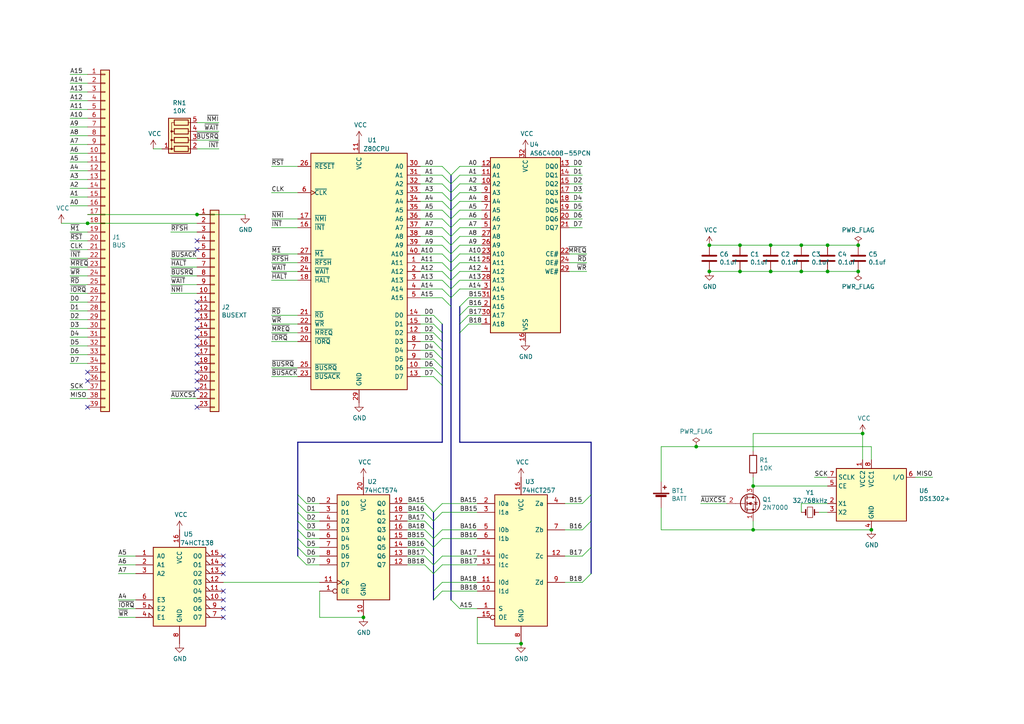
<source format=kicad_sch>
(kicad_sch (version 20211123) (generator eeschema)
  (paper "A4")
  (title_block (title "z80ctrl CPU/RAM/RTC Board") (date "2020-09-19") (rev "REV2") (company "J.B. Langston") (comment 1 "https://github.com/jblang/z80ctrl"))
  (lib_symbols
    (symbol "74xx:74HCT574" (pin_names (offset 1.016))
      (property "Reference" "U" (at -7.62 16.51 0))
      (property "Value" "74HCT574" (at -7.62 -16.51 0))
      (symbol "74HCT574_1_0"
        (pin input inverted (at -12.7 -12.7 0) (length 5.08) (name "OE") (number "1"))
        (pin power_in line (at 0 -20.32 90) (length 5.08) (name "GND") (number "10"))
        (pin input clock (at -12.7 -10.16 0) (length 5.08) (name "Cp") (number "11"))
        (pin tri_state line (at 12.7 -5.08 180) (length 5.08) (name "Q7") (number "12"))
        (pin tri_state line (at 12.7 -2.54 180) (length 5.08) (name "Q6") (number "13"))
        (pin tri_state line (at 12.7 0 180) (length 5.08) (name "Q5") (number "14"))
        (pin tri_state line (at 12.7 2.54 180) (length 5.08) (name "Q4") (number "15"))
        (pin tri_state line (at 12.7 5.08 180) (length 5.08) (name "Q3") (number "16"))
        (pin tri_state line (at 12.7 7.62 180) (length 5.08) (name "Q2") (number "17"))
        (pin tri_state line (at 12.7 10.16 180) (length 5.08) (name "Q1") (number "18"))
        (pin tri_state line (at 12.7 12.7 180) (length 5.08) (name "Q0") (number "19"))
        (pin input line (at -12.7 12.7 0) (length 5.08) (name "D0") (number "2"))
        (pin power_in line (at 0 20.32 270) (length 5.08) (name "VCC") (number "20"))
        (pin input line (at -12.7 10.16 0) (length 5.08) (name "D1") (number "3"))
        (pin input line (at -12.7 7.62 0) (length 5.08) (name "D2") (number "4"))
        (pin input line (at -12.7 5.08 0) (length 5.08) (name "D3") (number "5"))
        (pin input line (at -12.7 2.54 0) (length 5.08) (name "D4") (number "6"))
        (pin input line (at -12.7 0 0) (length 5.08) (name "D5") (number "7"))
        (pin input line (at -12.7 -2.54 0) (length 5.08) (name "D6") (number "8"))
        (pin input line (at -12.7 -5.08 0) (length 5.08) (name "D7") (number "9"))
      )
    )
    (symbol "74xx:74LS138" (pin_names (offset 1.016))
      (property "Reference" "U" (at -7.62 11.43 0))
      (property "Value" "74LS138" (at -7.62 -13.97 0))
      (symbol "74LS138_1_0"
        (pin input line (at -12.7 7.62 0) (length 5.08) (name "A0") (number "1"))
        (pin output output_low (at 12.7 -5.08 180) (length 5.08) (name "O5") (number "10"))
        (pin output output_low (at 12.7 -2.54 180) (length 5.08) (name "O4") (number "11"))
        (pin output output_low (at 12.7 0 180) (length 5.08) (name "O3") (number "12"))
        (pin output output_low (at 12.7 2.54 180) (length 5.08) (name "O2") (number "13"))
        (pin output output_low (at 12.7 5.08 180) (length 5.08) (name "O1") (number "14"))
        (pin output output_low (at 12.7 7.62 180) (length 5.08) (name "O0") (number "15"))
        (pin power_in line (at 0 15.24 270) (length 5.08) (name "VCC") (number "16"))
        (pin input line (at -12.7 5.08 0) (length 5.08) (name "A1") (number "2"))
        (pin input line (at -12.7 2.54 0) (length 5.08) (name "A2") (number "3"))
        (pin input input_low (at -12.7 -10.16 0) (length 5.08) (name "E1") (number "4"))
        (pin input input_low (at -12.7 -7.62 0) (length 5.08) (name "E2") (number "5"))
        (pin input line (at -12.7 -5.08 0) (length 5.08) (name "E3") (number "6"))
        (pin output output_low (at 12.7 -10.16 180) (length 5.08) (name "O7") (number "7"))
        (pin power_in line (at 0 -17.78 90) (length 5.08) (name "GND") (number "8"))
        (pin output output_low (at 12.7 -7.62 180) (length 5.08) (name "O6") (number "9"))
      )
    )
    (symbol "74xx:74LS257" (pin_names (offset 1.016))
      (property "Reference" "U" (at -7.62 19.05 0))
      (property "Value" "74LS257" (at -7.62 -21.59 0))
      (symbol "74LS257_1_0"
        (pin input line (at -12.7 -15.24 0) (length 5.08) (name "S") (number "1"))
        (pin input line (at -12.7 -10.16 0) (length 5.08) (name "I1d") (number "10"))
        (pin input line (at -12.7 -7.62 0) (length 5.08) (name "I0d") (number "11"))
        (pin tri_state line (at 12.7 0 180) (length 5.08) (name "Zc") (number "12"))
        (pin input line (at -12.7 -2.54 0) (length 5.08) (name "I1c") (number "13"))
        (pin input line (at -12.7 0 0) (length 5.08) (name "I0c") (number "14"))
        (pin input inverted (at -12.7 -17.78 0) (length 5.08) (name "OE") (number "15"))
        (pin power_in line (at 0 22.86 270) (length 5.08) (name "VCC") (number "16"))
        (pin input line (at -12.7 15.24 0) (length 5.08) (name "I0a") (number "2"))
        (pin input line (at -12.7 12.7 0) (length 5.08) (name "I1a") (number "3"))
        (pin tri_state line (at 12.7 15.24 180) (length 5.08) (name "Za") (number "4"))
        (pin input line (at -12.7 7.62 0) (length 5.08) (name "I0b") (number "5"))
        (pin input line (at -12.7 5.08 0) (length 5.08) (name "I1b") (number "6"))
        (pin tri_state line (at 12.7 7.62 180) (length 5.08) (name "Zb") (number "7"))
        (pin power_in line (at 0 -25.4 90) (length 5.08) (name "GND") (number "8"))
        (pin tri_state line (at 12.7 -7.62 180) (length 5.08) (name "Zd") (number "9"))
      )
    )
    (symbol "CPU:Z80CPU" (pin_names (offset 1.016))
      (property "Reference" "U" (at -13.97 35.56 0))
      (property "Value" "Z80CPU" (at 6.35 35.56 0))
      (symbol "Z80CPU_1_1"
        (pin output line (at 17.78 2.54 180) (length 3.81) (name "A11") (number "1"))
        (pin bidirectional line (at 17.78 -27.94 180) (length 3.81) (name "D6") (number "10"))
        (pin power_in line (at 0 38.1 270) (length 3.81) (name "VCC") (number "11"))
        (pin bidirectional line (at 17.78 -17.78 180) (length 3.81) (name "D2") (number "12"))
        (pin bidirectional line (at 17.78 -30.48 180) (length 3.81) (name "D7") (number "13"))
        (pin bidirectional line (at 17.78 -12.7 180) (length 3.81) (name "D0") (number "14"))
        (pin bidirectional line (at 17.78 -15.24 180) (length 3.81) (name "D1") (number "15"))
        (pin input line (at -17.78 12.7 0) (length 3.81) (name "~{INT}") (number "16"))
        (pin input line (at -17.78 15.24 0) (length 3.81) (name "~{NMI}") (number "17"))
        (pin output line (at -17.78 -2.54 0) (length 3.81) (name "~{HALT}") (number "18"))
        (pin output line (at -17.78 -17.78 0) (length 3.81) (name "~{MREQ}") (number "19"))
        (pin output line (at 17.78 0 180) (length 3.81) (name "A12") (number "2"))
        (pin output line (at -17.78 -20.32 0) (length 3.81) (name "~{IORQ}") (number "20"))
        (pin output line (at -17.78 -12.7 0) (length 3.81) (name "~{RD}") (number "21"))
        (pin output line (at -17.78 -15.24 0) (length 3.81) (name "~{WR}") (number "22"))
        (pin output line (at -17.78 -30.48 0) (length 3.81) (name "~{BUSACK}") (number "23"))
        (pin input line (at -17.78 0 0) (length 3.81) (name "~{WAIT}") (number "24"))
        (pin input line (at -17.78 -27.94 0) (length 3.81) (name "~{BUSRQ}") (number "25"))
        (pin input line (at -17.78 30.48 0) (length 3.81) (name "~{RESET}") (number "26"))
        (pin output line (at -17.78 5.08 0) (length 3.81) (name "~{M1}") (number "27"))
        (pin output line (at -17.78 2.54 0) (length 3.81) (name "~{RFSH}") (number "28"))
        (pin power_in line (at 0 -38.1 90) (length 3.81) (name "GND") (number "29"))
        (pin output line (at 17.78 -2.54 180) (length 3.81) (name "A13") (number "3"))
        (pin output line (at 17.78 30.48 180) (length 3.81) (name "A0") (number "30"))
        (pin output line (at 17.78 27.94 180) (length 3.81) (name "A1") (number "31"))
        (pin output line (at 17.78 25.4 180) (length 3.81) (name "A2") (number "32"))
        (pin output line (at 17.78 22.86 180) (length 3.81) (name "A3") (number "33"))
        (pin output line (at 17.78 20.32 180) (length 3.81) (name "A4") (number "34"))
        (pin output line (at 17.78 17.78 180) (length 3.81) (name "A5") (number "35"))
        (pin output line (at 17.78 15.24 180) (length 3.81) (name "A6") (number "36"))
        (pin output line (at 17.78 12.7 180) (length 3.81) (name "A7") (number "37"))
        (pin output line (at 17.78 10.16 180) (length 3.81) (name "A8") (number "38"))
        (pin output line (at 17.78 7.62 180) (length 3.81) (name "A9") (number "39"))
        (pin output line (at 17.78 -5.08 180) (length 3.81) (name "A14") (number "4"))
        (pin output line (at 17.78 5.08 180) (length 3.81) (name "A10") (number "40"))
        (pin output line (at 17.78 -7.62 180) (length 3.81) (name "A15") (number "5"))
        (pin input clock (at -17.78 22.86 0) (length 3.81) (name "~{CLK}") (number "6"))
        (pin bidirectional line (at 17.78 -22.86 180) (length 3.81) (name "D4") (number "7"))
        (pin bidirectional line (at 17.78 -20.32 180) (length 3.81) (name "D3") (number "8"))
        (pin bidirectional line (at 17.78 -25.4 180) (length 3.81) (name "D5") (number "9"))
      )
    )
    (symbol "Connector_Generic:Conn_01x23" (pin_names (offset 1.016) hide)
      (property "Reference" "J" (at 0 30.48 0))
      (property "Value" "Conn_01x23" (at 0 -30.48 0))
      (symbol "Conn_01x23_1_1"
        (pin passive line (at -5.08 27.94 0) (length 3.81) (name "Pin_1") (number "1"))
        (pin passive line (at -5.08 5.08 0) (length 3.81) (name "Pin_10") (number "10"))
        (pin passive line (at -5.08 2.54 0) (length 3.81) (name "Pin_11") (number "11"))
        (pin passive line (at -5.08 0 0) (length 3.81) (name "Pin_12") (number "12"))
        (pin passive line (at -5.08 -2.54 0) (length 3.81) (name "Pin_13") (number "13"))
        (pin passive line (at -5.08 -5.08 0) (length 3.81) (name "Pin_14") (number "14"))
        (pin passive line (at -5.08 -7.62 0) (length 3.81) (name "Pin_15") (number "15"))
        (pin passive line (at -5.08 -10.16 0) (length 3.81) (name "Pin_16") (number "16"))
        (pin passive line (at -5.08 -12.7 0) (length 3.81) (name "Pin_17") (number "17"))
        (pin passive line (at -5.08 -15.24 0) (length 3.81) (name "Pin_18") (number "18"))
        (pin passive line (at -5.08 -17.78 0) (length 3.81) (name "Pin_19") (number "19"))
        (pin passive line (at -5.08 25.4 0) (length 3.81) (name "Pin_2") (number "2"))
        (pin passive line (at -5.08 -20.32 0) (length 3.81) (name "Pin_20") (number "20"))
        (pin passive line (at -5.08 -22.86 0) (length 3.81) (name "Pin_21") (number "21"))
        (pin passive line (at -5.08 -25.4 0) (length 3.81) (name "Pin_22") (number "22"))
        (pin passive line (at -5.08 -27.94 0) (length 3.81) (name "Pin_23") (number "23"))
        (pin passive line (at -5.08 22.86 0) (length 3.81) (name "Pin_3") (number "3"))
        (pin passive line (at -5.08 20.32 0) (length 3.81) (name "Pin_4") (number "4"))
        (pin passive line (at -5.08 17.78 0) (length 3.81) (name "Pin_5") (number "5"))
        (pin passive line (at -5.08 15.24 0) (length 3.81) (name "Pin_6") (number "6"))
        (pin passive line (at -5.08 12.7 0) (length 3.81) (name "Pin_7") (number "7"))
        (pin passive line (at -5.08 10.16 0) (length 3.81) (name "Pin_8") (number "8"))
        (pin passive line (at -5.08 7.62 0) (length 3.81) (name "Pin_9") (number "9"))
      )
    )
    (symbol "Connector_Generic:Conn_01x39" (pin_names (offset 1.016) hide)
      (property "Reference" "J" (at 0 50.8 0))
      (property "Value" "Conn_01x39" (at 0 -50.8 0))
      (symbol "Conn_01x39_1_1"
        (pin passive line (at -5.08 48.26 0) (length 3.81) (name "Pin_1") (number "1"))
        (pin passive line (at -5.08 25.4 0) (length 3.81) (name "Pin_10") (number "10"))
        (pin passive line (at -5.08 22.86 0) (length 3.81) (name "Pin_11") (number "11"))
        (pin passive line (at -5.08 20.32 0) (length 3.81) (name "Pin_12") (number "12"))
        (pin passive line (at -5.08 17.78 0) (length 3.81) (name "Pin_13") (number "13"))
        (pin passive line (at -5.08 15.24 0) (length 3.81) (name "Pin_14") (number "14"))
        (pin passive line (at -5.08 12.7 0) (length 3.81) (name "Pin_15") (number "15"))
        (pin passive line (at -5.08 10.16 0) (length 3.81) (name "Pin_16") (number "16"))
        (pin passive line (at -5.08 7.62 0) (length 3.81) (name "Pin_17") (number "17"))
        (pin passive line (at -5.08 5.08 0) (length 3.81) (name "Pin_18") (number "18"))
        (pin passive line (at -5.08 2.54 0) (length 3.81) (name "Pin_19") (number "19"))
        (pin passive line (at -5.08 45.72 0) (length 3.81) (name "Pin_2") (number "2"))
        (pin passive line (at -5.08 0 0) (length 3.81) (name "Pin_20") (number "20"))
        (pin passive line (at -5.08 -2.54 0) (length 3.81) (name "Pin_21") (number "21"))
        (pin passive line (at -5.08 -5.08 0) (length 3.81) (name "Pin_22") (number "22"))
        (pin passive line (at -5.08 -7.62 0) (length 3.81) (name "Pin_23") (number "23"))
        (pin passive line (at -5.08 -10.16 0) (length 3.81) (name "Pin_24") (number "24"))
        (pin passive line (at -5.08 -12.7 0) (length 3.81) (name "Pin_25") (number "25"))
        (pin passive line (at -5.08 -15.24 0) (length 3.81) (name "Pin_26") (number "26"))
        (pin passive line (at -5.08 -17.78 0) (length 3.81) (name "Pin_27") (number "27"))
        (pin passive line (at -5.08 -20.32 0) (length 3.81) (name "Pin_28") (number "28"))
        (pin passive line (at -5.08 -22.86 0) (length 3.81) (name "Pin_29") (number "29"))
        (pin passive line (at -5.08 43.18 0) (length 3.81) (name "Pin_3") (number "3"))
        (pin passive line (at -5.08 -25.4 0) (length 3.81) (name "Pin_30") (number "30"))
        (pin passive line (at -5.08 -27.94 0) (length 3.81) (name "Pin_31") (number "31"))
        (pin passive line (at -5.08 -30.48 0) (length 3.81) (name "Pin_32") (number "32"))
        (pin passive line (at -5.08 -33.02 0) (length 3.81) (name "Pin_33") (number "33"))
        (pin passive line (at -5.08 -35.56 0) (length 3.81) (name "Pin_34") (number "34"))
        (pin passive line (at -5.08 -38.1 0) (length 3.81) (name "Pin_35") (number "35"))
        (pin passive line (at -5.08 -40.64 0) (length 3.81) (name "Pin_36") (number "36"))
        (pin passive line (at -5.08 -43.18 0) (length 3.81) (name "Pin_37") (number "37"))
        (pin passive line (at -5.08 -45.72 0) (length 3.81) (name "Pin_38") (number "38"))
        (pin passive line (at -5.08 -48.26 0) (length 3.81) (name "Pin_39") (number "39"))
        (pin passive line (at -5.08 40.64 0) (length 3.81) (name "Pin_4") (number "4"))
        (pin passive line (at -5.08 38.1 0) (length 3.81) (name "Pin_5") (number "5"))
        (pin passive line (at -5.08 35.56 0) (length 3.81) (name "Pin_6") (number "6"))
        (pin passive line (at -5.08 33.02 0) (length 3.81) (name "Pin_7") (number "7"))
        (pin passive line (at -5.08 30.48 0) (length 3.81) (name "Pin_8") (number "8"))
        (pin passive line (at -5.08 27.94 0) (length 3.81) (name "Pin_9") (number "9"))
      )
    )
    (symbol "Device:Battery_Cell" (pin_numbers hide) (pin_names (offset 0) hide)
      (property "Reference" "BT" (at 2.54 2.54 0))
      (property "Value" "Battery_Cell" (at 2.54 0 0))
      (symbol "Battery_Cell_1_1"
        (pin passive line (at 0 5.08 270) (length 2.54) (name "+") (number "1"))
        (pin passive line (at 0 -2.54 90) (length 2.54) (name "-") (number "2"))
      )
    )
    (symbol "Device:C" (pin_numbers hide) (pin_names (offset 0.254))
      (property "Reference" "C" (at 0.635 2.54 0))
      (property "Value" "C" (at 0.635 -2.54 0))
      (symbol "C_1_1"
        (pin passive line (at 0 3.81 270) (length 2.794) (name "~") (number "1"))
        (pin passive line (at 0 -3.81 90) (length 2.794) (name "~") (number "2"))
      )
    )
    (symbol "Device:Crystal_Small" (pin_numbers hide) (pin_names (offset 1.016) hide)
      (property "Reference" "Y" (at 0 2.54 0))
      (property "Value" "Crystal_Small" (at 0 -2.54 0))
      (symbol "Crystal_Small_1_1"
        (pin passive line (at -2.54 0 0) (length 1.27) (name "1") (number "1"))
        (pin passive line (at 2.54 0 180) (length 1.27) (name "2") (number "2"))
      )
    )
    (symbol "Device:R" (pin_numbers hide) (pin_names (offset 0))
      (property "Reference" "R" (at 2.032 0 90))
      (property "Value" "R" (at 0 0 90))
      (symbol "R_1_1"
        (pin passive line (at 0 3.81 270) (length 1.27) (name "~") (number "1"))
        (pin passive line (at 0 -3.81 90) (length 1.27) (name "~") (number "2"))
      )
    )
    (symbol "Device:R_Network04" (pin_names (offset 0) hide)
      (property "Reference" "RN" (at -7.62 0 90))
      (property "Value" "R_Network04" (at 5.08 0 90))
      (symbol "R_Network04_1_1"
        (pin passive line (at -5.08 5.08 270) (length 2.54) (name "common") (number "1"))
        (pin passive line (at -5.08 -5.08 90) (length 1.27) (name "R1") (number "2"))
        (pin passive line (at -2.54 -5.08 90) (length 1.27) (name "R2") (number "3"))
        (pin passive line (at 0 -5.08 90) (length 1.27) (name "R3") (number "4"))
        (pin passive line (at 2.54 -5.08 90) (length 1.27) (name "R4") (number "5"))
      )
    )
    (symbol "Memory_RAM:AS6C4008-55PCN"
      (property "Reference" "U" (at -10.16 26.035 0))
      (property "Value" "AS6C4008-55PCN" (at 2.54 26.035 0))
      (symbol "AS6C4008-55PCN_0_0"
        (pin power_in line (at 0 -27.94 90) (length 2.54) (name "VSS") (number "16"))
        (pin power_in line (at 0 27.94 270) (length 2.54) (name "VCC") (number "32"))
      )
      (symbol "AS6C4008-55PCN_1_1"
        (pin input line (at -12.7 -22.86 0) (length 2.54) (name "A18") (number "1"))
        (pin input line (at -12.7 17.78 0) (length 2.54) (name "A2") (number "10"))
        (pin input line (at -12.7 20.32 0) (length 2.54) (name "A1") (number "11"))
        (pin input line (at -12.7 22.86 0) (length 2.54) (name "A0") (number "12"))
        (pin tri_state line (at 12.7 22.86 180) (length 2.54) (name "DQ0") (number "13"))
        (pin tri_state line (at 12.7 20.32 180) (length 2.54) (name "DQ1") (number "14"))
        (pin tri_state line (at 12.7 17.78 180) (length 2.54) (name "DQ2") (number "15"))
        (pin tri_state line (at 12.7 15.24 180) (length 2.54) (name "DQ3") (number "17"))
        (pin tri_state line (at 12.7 12.7 180) (length 2.54) (name "DQ4") (number "18"))
        (pin tri_state line (at 12.7 10.16 180) (length 2.54) (name "DQ5") (number "19"))
        (pin input line (at -12.7 -17.78 0) (length 2.54) (name "A16") (number "2"))
        (pin tri_state line (at 12.7 7.62 180) (length 2.54) (name "DQ6") (number "20"))
        (pin tri_state line (at 12.7 5.08 180) (length 2.54) (name "DQ7") (number "21"))
        (pin input line (at 12.7 -2.54 180) (length 2.54) (name "CE#") (number "22"))
        (pin input line (at -12.7 -2.54 0) (length 2.54) (name "A10") (number "23"))
        (pin input line (at 12.7 -5.08 180) (length 2.54) (name "OE#") (number "24"))
        (pin input line (at -12.7 -5.08 0) (length 2.54) (name "A11") (number "25"))
        (pin input line (at -12.7 0 0) (length 2.54) (name "A9") (number "26"))
        (pin input line (at -12.7 2.54 0) (length 2.54) (name "A8") (number "27"))
        (pin input line (at -12.7 -10.16 0) (length 2.54) (name "A13") (number "28"))
        (pin input line (at 12.7 -7.62 180) (length 2.54) (name "WE#") (number "29"))
        (pin input line (at -12.7 -12.7 0) (length 2.54) (name "A14") (number "3"))
        (pin input line (at -12.7 -20.32 0) (length 2.54) (name "A17") (number "30"))
        (pin input line (at -12.7 -15.24 0) (length 2.54) (name "A15") (number "31"))
        (pin input line (at -12.7 -7.62 0) (length 2.54) (name "A12") (number "4"))
        (pin input line (at -12.7 5.08 0) (length 2.54) (name "A7") (number "5"))
        (pin input line (at -12.7 7.62 0) (length 2.54) (name "A6") (number "6"))
        (pin input line (at -12.7 10.16 0) (length 2.54) (name "A5") (number "7"))
        (pin input line (at -12.7 12.7 0) (length 2.54) (name "A4") (number "8"))
        (pin input line (at -12.7 15.24 0) (length 2.54) (name "A3") (number "9"))
      )
    )
    (symbol "Timer_RTC:DS1302+"
      (property "Reference" "U" (at -8.89 8.89 0))
      (property "Value" "DS1302+" (at 6.35 8.89 0))
      (symbol "DS1302+_1_1"
        (pin power_in line (at -2.54 10.16 270) (length 2.54) (name "VCC2") (number "1"))
        (pin input line (at -12.7 -2.54 0) (length 2.54) (name "X1") (number "2"))
        (pin input line (at -12.7 -5.08 0) (length 2.54) (name "X2") (number "3"))
        (pin power_in line (at 0 -10.16 90) (length 2.54) (name "GND") (number "4"))
        (pin input line (at -12.7 2.54 0) (length 2.54) (name "CE") (number "5"))
        (pin bidirectional line (at 12.7 5.08 180) (length 2.54) (name "I/O") (number "6"))
        (pin input line (at -12.7 5.08 0) (length 2.54) (name "SCLK") (number "7"))
        (pin power_in line (at 0 10.16 270) (length 2.54) (name "VCC1") (number "8"))
      )
    )
    (symbol "Transistor_FET:2N7000" (pin_names hide)
      (property "Reference" "Q" (at 5.08 1.905 0))
      (property "Value" "2N7000" (at 5.08 0 0))
      (symbol "2N7000_1_1"
        (pin passive line (at 2.54 -5.08 90) (length 2.54) (name "S") (number "1"))
        (pin input line (at -5.08 0 0) (length 2.54) (name "G") (number "2"))
        (pin passive line (at 2.54 5.08 270) (length 2.54) (name "D") (number "3"))
      )
    )
    (symbol "power:GND" (power) (pin_names (offset 0))
      (property "Value" "GND" (at 0 -3.81 0))
      (symbol "GND_1_1"
        (pin power_in line (at 0 0 270) (length 0) hide (name "GND") (number "1"))
      )
    )
    (symbol "power:PWR_FLAG" (power) (pin_numbers hide) (pin_names (offset 0) hide)
      (property "Value" "PWR_FLAG" (at 0 3.81 0))
      (symbol "PWR_FLAG_0_0"
        (pin power_out line (at 0 0 90) (length 0) (name "pwr") (number "1"))
      )
    )
    (symbol "power:VCC" (power) (pin_names (offset 0))
      (property "Value" "VCC" (at 0 3.81 0))
      (symbol "VCC_1_1"
        (pin power_in line (at 0 0 90) (length 0) hide (name "VCC") (number "1"))
      )
    )
  )
  (junction (at 248.92 71.12))
  (junction (at 214.63 71.12))
  (junction (at 232.41 71.12))
  (junction (at 252.73 153.67))
  (junction (at 105.41 179.07))
  (junction (at 248.92 78.74))
  (junction (at 25.4 64.77))
  (junction (at 57.15 62.23))
  (junction (at 240.03 78.74))
  (junction (at 223.52 78.74))
  (junction (at 214.63 78.74))
  (junction (at 205.74 78.74))
  (junction (at 250.19 125.73))
  (junction (at 151.13 186.69))
  (junction (at 218.44 140.97))
  (junction (at 201.93 129.54))
  (junction (at 232.41 78.74))
  (junction (at 223.52 71.12))
  (junction (at 240.03 71.12))
  (junction (at 205.74 71.12))
  (junction (at 218.44 153.67))
  (no_connect (at 57.15 118.11))
  (no_connect (at 57.15 110.49))
  (no_connect (at 64.77 163.83))
  (no_connect (at 57.15 72.39))
  (no_connect (at 57.15 113.03))
  (no_connect (at 25.4 118.11))
  (no_connect (at 57.15 105.41))
  (no_connect (at 64.77 166.37))
  (no_connect (at 64.77 161.29))
  (no_connect (at 64.77 173.99))
  (no_connect (at 57.15 90.17))
  (no_connect (at 57.15 87.63))
  (no_connect (at 57.15 107.95))
  (no_connect (at 57.15 97.79))
  (no_connect (at 64.77 176.53))
  (no_connect (at 25.4 107.95))
  (no_connect (at 64.77 179.07))
  (no_connect (at 57.15 100.33))
  (no_connect (at 57.15 92.71))
  (no_connect (at 57.15 102.87))
  (no_connect (at 57.15 95.25))
  (no_connect (at 64.77 171.45))
  (no_connect (at 25.4 110.49))
  (no_connect (at 57.15 69.85))
  (bus_entry (at 133.35 71.12) (size -2.54 2.54))
  (bus_entry (at 130.81 173.99) (size 2.54 2.54))
  (bus_entry (at 133.35 93.98) (size 2.54 -2.54))
  (bus_entry (at 125.73 99.06) (size 2.54 2.54))
  (bus_entry (at 123.19 151.13) (size 2.54 2.54))
  (bus_entry (at 125.73 93.98) (size 2.54 2.54))
  (bus_entry (at 86.36 143.51) (size 2.54 2.54))
  (bus_entry (at 123.19 148.59) (size 2.54 2.54))
  (bus_entry (at 168.91 168.91) (size 2.54 -2.54))
  (bus_entry (at 128.27 71.12) (size 2.54 2.54))
  (bus_entry (at 133.35 53.34) (size -2.54 2.54))
  (bus_entry (at 168.91 161.29) (size 2.54 -2.54))
  (bus_entry (at 128.27 83.82) (size 2.54 2.54))
  (bus_entry (at 128.27 73.66) (size 2.54 2.54))
  (bus_entry (at 133.35 63.5) (size -2.54 2.54))
  (bus_entry (at 125.73 101.6) (size 2.54 2.54))
  (bus_entry (at 133.35 88.9) (size 2.54 -2.54))
  (bus_entry (at 128.27 76.2) (size 2.54 2.54))
  (bus_entry (at 125.73 106.68) (size 2.54 2.54))
  (bus_entry (at 133.35 55.88) (size -2.54 2.54))
  (bus_entry (at 168.91 146.05) (size 2.54 -2.54))
  (bus_entry (at 125.73 163.83) (size 2.54 -2.54))
  (bus_entry (at 123.19 163.83) (size 2.54 2.54))
  (bus_entry (at 125.73 104.14) (size 2.54 2.54))
  (bus_entry (at 125.73 109.22) (size 2.54 2.54))
  (bus_entry (at 133.35 83.82) (size -2.54 2.54))
  (bus_entry (at 123.19 153.67) (size 2.54 2.54))
  (bus_entry (at 128.27 58.42) (size 2.54 2.54))
  (bus_entry (at 125.73 96.52) (size 2.54 2.54))
  (bus_entry (at 123.19 156.21) (size 2.54 2.54))
  (bus_entry (at 86.36 158.75) (size 2.54 2.54))
  (bus_entry (at 86.36 161.29) (size 2.54 2.54))
  (bus_entry (at 128.27 81.28) (size 2.54 2.54))
  (bus_entry (at 123.19 161.29) (size 2.54 2.54))
  (bus_entry (at 128.27 78.74) (size 2.54 2.54))
  (bus_entry (at 125.73 171.45) (size 2.54 -2.54))
  (bus_entry (at 133.35 58.42) (size -2.54 2.54))
  (bus_entry (at 133.35 78.74) (size -2.54 2.54))
  (bus_entry (at 125.73 158.75) (size 2.54 -2.54))
  (bus_entry (at 133.35 73.66) (size -2.54 2.54))
  (bus_entry (at 133.35 68.58) (size -2.54 2.54))
  (bus_entry (at 128.27 60.96) (size 2.54 2.54))
  (bus_entry (at 133.35 91.44) (size 2.54 -2.54))
  (bus_entry (at 128.27 86.36) (size 2.54 2.54))
  (bus_entry (at 128.27 55.88) (size 2.54 2.54))
  (bus_entry (at 86.36 156.21) (size 2.54 2.54))
  (bus_entry (at 128.27 68.58) (size 2.54 2.54))
  (bus_entry (at 168.91 153.67) (size 2.54 -2.54))
  (bus_entry (at 125.73 91.44) (size 2.54 2.54))
  (bus_entry (at 125.73 166.37) (size 2.54 -2.54))
  (bus_entry (at 128.27 50.8) (size 2.54 2.54))
  (bus_entry (at 133.35 66.04) (size -2.54 2.54))
  (bus_entry (at 133.35 60.96) (size -2.54 2.54))
  (bus_entry (at 125.73 156.21) (size 2.54 -2.54))
  (bus_entry (at 133.35 48.26) (size -2.54 2.54))
  (bus_entry (at 133.35 76.2) (size -2.54 2.54))
  (bus_entry (at 86.36 151.13) (size 2.54 2.54))
  (bus_entry (at 125.73 173.99) (size 2.54 -2.54))
  (bus_entry (at 86.36 146.05) (size 2.54 2.54))
  (bus_entry (at 128.27 48.26) (size 2.54 2.54))
  (bus_entry (at 123.19 158.75) (size 2.54 2.54))
  (bus_entry (at 133.35 50.8) (size -2.54 2.54))
  (bus_entry (at 128.27 66.04) (size 2.54 2.54))
  (bus_entry (at 125.73 151.13) (size 2.54 -2.54))
  (bus_entry (at 123.19 146.05) (size 2.54 2.54))
  (bus_entry (at 128.27 53.34) (size 2.54 2.54))
  (bus_entry (at 133.35 81.28) (size -2.54 2.54))
  (bus_entry (at 133.35 96.52) (size 2.54 -2.54))
  (bus_entry (at 125.73 148.59) (size 2.54 -2.54))
  (bus_entry (at 128.27 63.5) (size 2.54 2.54))
  (bus_entry (at 86.36 153.67) (size 2.54 2.54))
  (bus_entry (at 86.36 148.59) (size 2.54 2.54))
  (wire (pts (xy 205.74 71.12) (xy 214.63 71.12)))
  (wire (pts (xy 20.32 100.33) (xy 25.4 100.33)))
  (wire (pts (xy 133.35 53.34) (xy 139.7 53.34)))
  (wire (pts (xy 218.44 151.13) (xy 218.44 153.67)))
  (bus (pts (xy 128.27 99.06) (xy 128.27 101.6)))
  (wire (pts (xy 128.27 171.45) (xy 138.43 171.45)))
  (wire (pts (xy 20.32 41.91) (xy 25.4 41.91)))
  (wire (pts (xy 20.32 102.87) (xy 25.4 102.87)))
  (wire (pts (xy 223.52 78.74) (xy 232.41 78.74)))
  (wire (pts (xy 57.15 35.56) (xy 63.5 35.56)))
  (wire (pts (xy 49.53 77.47) (xy 57.15 77.47)))
  (wire (pts (xy 250.19 125.73) (xy 250.19 133.35)))
  (bus (pts (xy 125.73 166.37) (xy 125.73 171.45)))
  (bus (pts (xy 133.35 91.44) (xy 133.35 93.98)))
  (wire (pts (xy 49.53 74.93) (xy 57.15 74.93)))
  (wire (pts (xy 86.36 91.44) (xy 78.74 91.44)))
  (wire (pts (xy 49.53 85.09) (xy 57.15 85.09)))
  (wire (pts (xy 20.32 26.67) (xy 25.4 26.67)))
  (bus (pts (xy 86.36 156.21) (xy 86.36 158.75)))
  (wire (pts (xy 49.53 67.31) (xy 57.15 67.31)))
  (wire (pts (xy 128.27 153.67) (xy 138.43 153.67)))
  (wire (pts (xy 86.36 99.06) (xy 78.74 99.06)))
  (wire (pts (xy 88.9 156.21) (xy 92.71 156.21)))
  (wire (pts (xy 133.35 55.88) (xy 139.7 55.88)))
  (wire (pts (xy 86.36 63.5) (xy 78.74 63.5)))
  (wire (pts (xy 133.35 68.58) (xy 139.7 68.58)))
  (wire (pts (xy 44.45 43.18) (xy 46.99 43.18)))
  (wire (pts (xy 205.74 78.74) (xy 214.63 78.74)))
  (wire (pts (xy 218.44 130.81) (xy 218.44 125.73)))
  (wire (pts (xy 163.83 168.91) (xy 168.91 168.91)))
  (wire (pts (xy 88.9 153.67) (xy 92.71 153.67)))
  (wire (pts (xy 168.91 58.42) (xy 165.1 58.42)))
  (wire (pts (xy 20.32 21.59) (xy 25.4 21.59)))
  (wire (pts (xy 218.44 125.73) (xy 250.19 125.73)))
  (wire (pts (xy 121.92 73.66) (xy 128.27 73.66)))
  (wire (pts (xy 88.9 163.83) (xy 92.71 163.83)))
  (bus (pts (xy 130.81 86.36) (xy 130.81 88.9)))
  (wire (pts (xy 135.89 88.9) (xy 139.7 88.9)))
  (bus (pts (xy 125.73 156.21) (xy 125.73 158.75)))
  (wire (pts (xy 57.15 38.1) (xy 63.5 38.1)))
  (bus (pts (xy 125.73 151.13) (xy 125.73 153.67)))
  (wire (pts (xy 165.1 78.74) (xy 170.18 78.74)))
  (wire (pts (xy 223.52 71.12) (xy 232.41 71.12)))
  (wire (pts (xy 232.41 71.12) (xy 240.03 71.12)))
  (wire (pts (xy 20.32 95.25) (xy 25.4 95.25)))
  (bus (pts (xy 130.81 58.42) (xy 130.81 60.96)))
  (wire (pts (xy 20.32 24.13) (xy 25.4 24.13)))
  (bus (pts (xy 171.45 128.27) (xy 171.45 143.51)))
  (wire (pts (xy 133.35 176.53) (xy 138.43 176.53)))
  (wire (pts (xy 78.74 81.28) (xy 86.36 81.28)))
  (wire (pts (xy 133.35 66.04) (xy 139.7 66.04)))
  (wire (pts (xy 20.32 39.37) (xy 25.4 39.37)))
  (bus (pts (xy 128.27 93.98) (xy 128.27 96.52)))
  (wire (pts (xy 133.35 78.74) (xy 139.7 78.74)))
  (bus (pts (xy 125.73 171.45) (xy 125.73 173.99)))
  (bus (pts (xy 128.27 128.27) (xy 86.36 128.27)))
  (wire (pts (xy 135.89 91.44) (xy 139.7 91.44)))
  (wire (pts (xy 236.22 138.43) (xy 240.03 138.43)))
  (bus (pts (xy 125.73 148.59) (xy 125.73 151.13)))
  (wire (pts (xy 34.29 176.53) (xy 39.37 176.53)))
  (bus (pts (xy 130.81 88.9) (xy 130.81 173.99)))
  (wire (pts (xy 121.92 76.2) (xy 128.27 76.2)))
  (wire (pts (xy 191.77 147.32) (xy 191.77 153.67)))
  (wire (pts (xy 118.11 156.21) (xy 123.19 156.21)))
  (wire (pts (xy 138.43 186.69) (xy 151.13 186.69)))
  (wire (pts (xy 88.9 161.29) (xy 92.71 161.29)))
  (wire (pts (xy 78.74 76.2) (xy 86.36 76.2)))
  (wire (pts (xy 214.63 78.74) (xy 223.52 78.74)))
  (wire (pts (xy 128.27 163.83) (xy 138.43 163.83)))
  (wire (pts (xy 168.91 53.34) (xy 165.1 53.34)))
  (wire (pts (xy 128.27 161.29) (xy 138.43 161.29)))
  (wire (pts (xy 121.92 71.12) (xy 128.27 71.12)))
  (bus (pts (xy 128.27 101.6) (xy 128.27 104.14)))
  (bus (pts (xy 130.81 68.58) (xy 130.81 71.12)))
  (bus (pts (xy 171.45 151.13) (xy 171.45 158.75)))
  (wire (pts (xy 121.92 55.88) (xy 128.27 55.88)))
  (wire (pts (xy 121.92 58.42) (xy 128.27 58.42)))
  (wire (pts (xy 20.32 46.99) (xy 25.4 46.99)))
  (bus (pts (xy 133.35 96.52) (xy 133.35 128.27)))
  (wire (pts (xy 128.27 156.21) (xy 138.43 156.21)))
  (bus (pts (xy 130.81 63.5) (xy 130.81 66.04)))
  (wire (pts (xy 88.9 151.13) (xy 92.71 151.13)))
  (wire (pts (xy 121.92 50.8) (xy 128.27 50.8)))
  (wire (pts (xy 133.35 71.12) (xy 139.7 71.12)))
  (wire (pts (xy 34.29 161.29) (xy 39.37 161.29)))
  (bus (pts (xy 130.81 78.74) (xy 130.81 81.28)))
  (wire (pts (xy 20.32 36.83) (xy 25.4 36.83)))
  (wire (pts (xy 133.35 76.2) (xy 139.7 76.2)))
  (wire (pts (xy 237.49 148.59) (xy 240.03 148.59)))
  (wire (pts (xy 133.35 83.82) (xy 139.7 83.82)))
  (bus (pts (xy 128.27 96.52) (xy 128.27 99.06)))
  (bus (pts (xy 125.73 163.83) (xy 125.73 166.37)))
  (wire (pts (xy 133.35 63.5) (xy 139.7 63.5)))
  (wire (pts (xy 121.92 63.5) (xy 128.27 63.5)))
  (bus (pts (xy 86.36 158.75) (xy 86.36 161.29)))
  (wire (pts (xy 20.32 44.45) (xy 25.4 44.45)))
  (wire (pts (xy 86.36 96.52) (xy 78.74 96.52)))
  (wire (pts (xy 64.77 168.91) (xy 92.71 168.91)))
  (wire (pts (xy 20.32 54.61) (xy 25.4 54.61)))
  (wire (pts (xy 135.89 93.98) (xy 139.7 93.98)))
  (wire (pts (xy 121.92 60.96) (xy 128.27 60.96)))
  (wire (pts (xy 133.35 50.8) (xy 139.7 50.8)))
  (bus (pts (xy 86.36 128.27) (xy 86.36 143.51)))
  (wire (pts (xy 88.9 158.75) (xy 92.71 158.75)))
  (wire (pts (xy 86.36 78.74) (xy 78.74 78.74)))
  (bus (pts (xy 128.27 104.14) (xy 128.27 106.68)))
  (bus (pts (xy 86.36 146.05) (xy 86.36 148.59)))
  (wire (pts (xy 20.32 74.93) (xy 25.4 74.93)))
  (wire (pts (xy 20.32 87.63) (xy 25.4 87.63)))
  (wire (pts (xy 20.32 115.57) (xy 25.4 115.57)))
  (wire (pts (xy 252.73 129.54) (xy 252.73 133.35)))
  (wire (pts (xy 165.1 76.2) (xy 170.18 76.2)))
  (wire (pts (xy 20.32 52.07) (xy 25.4 52.07)))
  (bus (pts (xy 130.81 50.8) (xy 130.81 53.34)))
  (wire (pts (xy 168.91 63.5) (xy 165.1 63.5)))
  (bus (pts (xy 130.81 76.2) (xy 130.81 78.74)))
  (bus (pts (xy 86.36 143.51) (xy 86.36 146.05)))
  (wire (pts (xy 121.92 53.34) (xy 128.27 53.34)))
  (wire (pts (xy 168.91 60.96) (xy 165.1 60.96)))
  (wire (pts (xy 240.03 78.74) (xy 248.92 78.74)))
  (wire (pts (xy 118.11 161.29) (xy 123.19 161.29)))
  (wire (pts (xy 133.35 48.26) (xy 139.7 48.26)))
  (bus (pts (xy 125.73 158.75) (xy 125.73 161.29)))
  (wire (pts (xy 121.92 81.28) (xy 128.27 81.28)))
  (wire (pts (xy 218.44 153.67) (xy 252.73 153.67)))
  (bus (pts (xy 130.81 73.66) (xy 130.81 76.2)))
  (wire (pts (xy 121.92 66.04) (xy 128.27 66.04)))
  (wire (pts (xy 191.77 139.7) (xy 191.77 129.54)))
  (wire (pts (xy 118.11 158.75) (xy 123.19 158.75)))
  (bus (pts (xy 130.81 71.12) (xy 130.81 73.66)))
  (wire (pts (xy 133.35 81.28) (xy 139.7 81.28)))
  (bus (pts (xy 86.36 148.59) (xy 86.36 151.13)))
  (wire (pts (xy 86.36 93.98) (xy 78.74 93.98)))
  (wire (pts (xy 49.53 82.55) (xy 57.15 82.55)))
  (wire (pts (xy 25.4 62.23) (xy 57.15 62.23)))
  (bus (pts (xy 130.81 55.88) (xy 130.81 58.42)))
  (wire (pts (xy 265.43 138.43) (xy 270.51 138.43)))
  (wire (pts (xy 133.35 60.96) (xy 139.7 60.96)))
  (wire (pts (xy 86.36 106.68) (xy 78.74 106.68)))
  (wire (pts (xy 232.41 146.05) (xy 240.03 146.05)))
  (wire (pts (xy 125.73 109.22) (xy 121.92 109.22)))
  (wire (pts (xy 232.41 148.59) (xy 232.41 146.05)))
  (wire (pts (xy 118.11 148.59) (xy 123.19 148.59)))
  (wire (pts (xy 163.83 161.29) (xy 168.91 161.29)))
  (wire (pts (xy 20.32 82.55) (xy 25.4 82.55)))
  (wire (pts (xy 163.83 146.05) (xy 168.91 146.05)))
  (wire (pts (xy 121.92 78.74) (xy 128.27 78.74)))
  (wire (pts (xy 191.77 153.67) (xy 218.44 153.67)))
  (wire (pts (xy 20.32 67.31) (xy 25.4 67.31)))
  (wire (pts (xy 168.91 66.04) (xy 165.1 66.04)))
  (wire (pts (xy 168.91 48.26) (xy 165.1 48.26)))
  (wire (pts (xy 121.92 68.58) (xy 128.27 68.58)))
  (wire (pts (xy 128.27 168.91) (xy 138.43 168.91)))
  (wire (pts (xy 125.73 96.52) (xy 121.92 96.52)))
  (wire (pts (xy 118.11 153.67) (xy 123.19 153.67)))
  (wire (pts (xy 20.32 59.69) (xy 25.4 59.69)))
  (wire (pts (xy 20.32 72.39) (xy 25.4 72.39)))
  (wire (pts (xy 125.73 106.68) (xy 121.92 106.68)))
  (wire (pts (xy 88.9 148.59) (xy 92.71 148.59)))
  (bus (pts (xy 171.45 158.75) (xy 171.45 166.37)))
  (wire (pts (xy 125.73 91.44) (xy 121.92 91.44)))
  (wire (pts (xy 121.92 86.36) (xy 128.27 86.36)))
  (bus (pts (xy 133.35 88.9) (xy 133.35 91.44)))
  (wire (pts (xy 57.15 62.23) (xy 71.12 62.23)))
  (wire (pts (xy 232.41 78.74) (xy 240.03 78.74)))
  (bus (pts (xy 171.45 143.51) (xy 171.45 151.13)))
  (wire (pts (xy 214.63 71.12) (xy 223.52 71.12)))
  (wire (pts (xy 20.32 80.01) (xy 25.4 80.01)))
  (wire (pts (xy 34.29 166.37) (xy 39.37 166.37)))
  (wire (pts (xy 125.73 93.98) (xy 121.92 93.98)))
  (bus (pts (xy 130.81 53.34) (xy 130.81 55.88)))
  (bus (pts (xy 130.81 60.96) (xy 130.81 63.5)))
  (wire (pts (xy 125.73 101.6) (xy 121.92 101.6)))
  (wire (pts (xy 20.32 29.21) (xy 25.4 29.21)))
  (wire (pts (xy 86.36 48.26) (xy 78.74 48.26)))
  (wire (pts (xy 20.32 97.79) (xy 25.4 97.79)))
  (wire (pts (xy 20.32 113.03) (xy 25.4 113.03)))
  (wire (pts (xy 121.92 48.26) (xy 128.27 48.26)))
  (bus (pts (xy 133.35 93.98) (xy 133.35 96.52)))
  (wire (pts (xy 20.32 31.75) (xy 25.4 31.75)))
  (bus (pts (xy 125.73 153.67) (xy 125.73 156.21)))
  (wire (pts (xy 201.93 129.54) (xy 252.73 129.54)))
  (wire (pts (xy 20.32 49.53) (xy 25.4 49.53)))
  (wire (pts (xy 165.1 73.66) (xy 170.18 73.66)))
  (wire (pts (xy 135.89 86.36) (xy 139.7 86.36)))
  (wire (pts (xy 128.27 146.05) (xy 138.43 146.05)))
  (wire (pts (xy 168.91 50.8) (xy 165.1 50.8)))
  (wire (pts (xy 20.32 90.17) (xy 25.4 90.17)))
  (wire (pts (xy 57.15 40.64) (xy 63.5 40.64)))
  (wire (pts (xy 138.43 179.07) (xy 138.43 186.69)))
  (wire (pts (xy 49.53 115.57) (xy 57.15 115.57)))
  (wire (pts (xy 86.36 66.04) (xy 78.74 66.04)))
  (wire (pts (xy 86.36 55.88) (xy 78.74 55.88)))
  (wire (pts (xy 203.2 146.05) (xy 210.82 146.05)))
  (wire (pts (xy 20.32 92.71) (xy 25.4 92.71)))
  (bus (pts (xy 130.81 66.04) (xy 130.81 68.58)))
  (wire (pts (xy 49.53 80.01) (xy 57.15 80.01)))
  (wire (pts (xy 20.32 77.47) (xy 25.4 77.47)))
  (wire (pts (xy 125.73 99.06) (xy 121.92 99.06)))
  (wire (pts (xy 133.35 73.66) (xy 139.7 73.66)))
  (wire (pts (xy 25.4 64.77) (xy 57.15 64.77)))
  (bus (pts (xy 86.36 151.13) (xy 86.36 153.67)))
  (wire (pts (xy 118.11 151.13) (xy 123.19 151.13)))
  (wire (pts (xy 20.32 105.41) (xy 25.4 105.41)))
  (bus (pts (xy 125.73 161.29) (xy 125.73 163.83)))
  (wire (pts (xy 191.77 129.54) (xy 201.93 129.54)))
  (wire (pts (xy 133.35 58.42) (xy 139.7 58.42)))
  (wire (pts (xy 118.11 163.83) (xy 123.19 163.83)))
  (wire (pts (xy 125.73 104.14) (xy 121.92 104.14)))
  (wire (pts (xy 163.83 153.67) (xy 168.91 153.67)))
  (wire (pts (xy 92.71 179.07) (xy 105.41 179.07)))
  (bus (pts (xy 128.27 109.22) (xy 128.27 111.76)))
  (wire (pts (xy 88.9 146.05) (xy 92.71 146.05)))
  (wire (pts (xy 20.32 34.29) (xy 25.4 34.29)))
  (bus (pts (xy 128.27 106.68) (xy 128.27 109.22)))
  (wire (pts (xy 25.4 64.77) (xy 17.78 64.77)))
  (wire (pts (xy 86.36 109.22) (xy 78.74 109.22)))
  (wire (pts (xy 20.32 57.15) (xy 25.4 57.15)))
  (bus (pts (xy 86.36 153.67) (xy 86.36 156.21)))
  (bus (pts (xy 130.81 81.28) (xy 130.81 83.82)))
  (wire (pts (xy 34.29 179.07) (xy 39.37 179.07)))
  (wire (pts (xy 86.36 73.66) (xy 78.74 73.66)))
  (wire (pts (xy 20.32 85.09) (xy 25.4 85.09)))
  (wire (pts (xy 57.15 43.18) (xy 63.5 43.18)))
  (wire (pts (xy 34.29 163.83) (xy 39.37 163.83)))
  (wire (pts (xy 218.44 138.43) (xy 218.44 140.97)))
  (wire (pts (xy 20.32 69.85) (xy 25.4 69.85)))
  (bus (pts (xy 128.27 111.76) (xy 128.27 128.27)))
  (wire (pts (xy 128.27 148.59) (xy 138.43 148.59)))
  (wire (pts (xy 92.71 171.45) (xy 92.71 179.07)))
  (wire (pts (xy 240.03 71.12) (xy 248.92 71.12)))
  (bus (pts (xy 130.81 83.82) (xy 130.81 86.36)))
  (bus (pts (xy 133.35 128.27) (xy 171.45 128.27)))
  (wire (pts (xy 168.91 55.88) (xy 165.1 55.88)))
  (wire (pts (xy 118.11 146.05) (xy 123.19 146.05)))
  (wire (pts (xy 218.44 140.97) (xy 240.03 140.97)))
  (wire (pts (xy 121.92 83.82) (xy 128.27 83.82)))
  (wire (pts (xy 34.29 173.99) (xy 39.37 173.99)))
  (label "A5" (at 135.89 60.96 0))
  (label "A4" (at 125.73 58.42 180))
  (label "D5" (at 20.32 100.33 0))
  (label "~{WAIT}" (at 63.5 38.1 180))
  (label "A12" (at 135.89 78.74 0))
  (label "BB15" (at 133.35 148.59 0))
  (label "~{AUXCS1}" (at 49.53 115.57 0))
  (label "MISO" (at 20.32 115.57 0))
  (label "BB18" (at 133.35 171.45 0))
  (label "BA16" (at 123.19 148.59 180))
  (label "SCK" (at 20.32 113.03 0))
  (label "A7" (at 20.32 41.91 0))
  (label "~{MREQ}" (at 78.74 96.52 0))
  (label "~{RD}" (at 78.74 91.44 0))
  (label "A2" (at 125.73 53.34 180))
  (label "A11" (at 20.32 31.75 0))
  (label "~{BUSRQ}" (at 78.74 106.68 0))
  (label "BA15" (at 133.35 146.05 0))
  (label "A6" (at 20.32 44.45 0))
  (label "~{NMI}" (at 78.74 63.5 0))
  (label "BA18" (at 123.19 153.67 180))
  (label "A3" (at 20.32 52.07 0))
  (label "D6" (at 125.73 106.68 180))
  (label "A9" (at 135.89 71.12 0))
  (label "~{M1}" (at 20.32 67.31 0))
  (label "BB16" (at 133.35 156.21 0))
  (label "A11" (at 125.73 76.2 180))
  (label "D0" (at 20.32 87.63 0))
  (label "~{M1}" (at 78.74 73.66 0))
  (label "D1" (at 88.9 148.59 0))
  (label "B15" (at 135.89 86.36 0))
  (label "A14" (at 135.89 83.82 0))
  (label "D6" (at 20.32 102.87 0))
  (label "~{INT}" (at 20.32 74.93 0))
  (label "A2" (at 20.32 54.61 0))
  (label "D7" (at 168.91 66.04 180))
  (label "A5" (at 20.32 46.99 0))
  (label "D6" (at 88.9 161.29 0))
  (label "A3" (at 135.89 55.88 0))
  (label "A5" (at 34.29 161.29 0))
  (label "A6" (at 135.89 63.5 0))
  (label "BB17" (at 123.19 161.29 180))
  (label "BA18" (at 133.35 168.91 0))
  (label "A9" (at 20.32 36.83 0))
  (label "~{NMI}" (at 63.5 35.56 180))
  (label "A6" (at 125.73 63.5 180))
  (label "A11" (at 135.89 76.2 0))
  (label "A7" (at 34.29 166.37 0))
  (label "A4" (at 20.32 49.53 0))
  (label "D5" (at 168.91 60.96 180))
  (label "~{IORQ}" (at 78.74 99.06 0))
  (label "A7" (at 135.89 66.04 0))
  (label "BB15" (at 123.19 156.21 180))
  (label "A5" (at 125.73 60.96 180))
  (label "D5" (at 125.73 104.14 180))
  (label "B18" (at 168.91 168.91 180))
  (label "A12" (at 125.73 78.74 180))
  (label "~{HALT}" (at 78.74 81.28 0))
  (label "~{BUSRQ}" (at 63.5 40.64 180))
  (label "BB18" (at 123.19 163.83 180))
  (label "A14" (at 125.73 83.82 180))
  (label "A8" (at 135.89 68.58 0))
  (label "B17" (at 168.91 161.29 180))
  (label "A15" (at 125.73 86.36 180))
  (label "A4" (at 34.29 173.99 0))
  (label "~{IORQ}" (at 20.32 85.09 0))
  (label "~{WR}" (at 20.32 80.01 0))
  (label "~{HALT}" (at 49.53 77.47 0))
  (label "A8" (at 125.73 68.58 180))
  (label "B15" (at 168.91 146.05 180))
  (label "D1" (at 125.73 93.98 180))
  (label "D3" (at 88.9 153.67 0))
  (label "~{INT}" (at 63.5 43.18 180))
  (label "A10" (at 125.73 73.66 180))
  (label "D7" (at 88.9 163.83 0))
  (label "D1" (at 20.32 90.17 0))
  (label "D0" (at 88.9 146.05 0))
  (label "A1" (at 125.73 50.8 180))
  (label "B16" (at 168.91 153.67 180))
  (label "MISO" (at 270.51 138.43 180))
  (label "~{BUSACK}" (at 49.53 74.93 0))
  (label "~{RD}" (at 170.18 76.2 180))
  (label "BA16" (at 133.35 153.67 0))
  (label "A0" (at 135.89 48.26 0))
  (label "~{RST}" (at 78.74 48.26 0))
  (label "A15" (at 20.32 21.59 0))
  (label "~{WR}" (at 78.74 93.98 0))
  (label "A9" (at 125.73 71.12 180))
  (label "BA15" (at 123.19 146.05 180))
  (label "D4" (at 125.73 101.6 180))
  (label "D2" (at 20.32 92.71 0))
  (label "A7" (at 125.73 66.04 180))
  (label "~{MREQ}" (at 170.18 73.66 180))
  (label "A4" (at 135.89 58.42 0))
  (label "D1" (at 168.91 50.8 180))
  (label "B18" (at 135.89 93.98 0))
  (label "B17" (at 135.89 91.44 0))
  (label "~{WAIT}" (at 78.74 78.74 0))
  (label "~{RFSH}" (at 78.74 76.2 0))
  (label "A13" (at 125.73 81.28 180))
  (label "A12" (at 20.32 29.21 0))
  (label "A10" (at 20.32 34.29 0))
  (label "~{NMI}" (at 49.53 85.09 0))
  (label "A13" (at 135.89 81.28 0))
  (label "A2" (at 135.89 53.34 0))
  (label "D2" (at 125.73 96.52 180))
  (label "A10" (at 135.89 73.66 0))
  (label "D0" (at 168.91 48.26 180))
  (label "~{RD}" (at 20.32 82.55 0))
  (label "BB17" (at 133.35 163.83 0))
  (label "BB16" (at 123.19 158.75 180))
  (label "BA17" (at 123.19 151.13 180))
  (label "D2" (at 168.91 53.34 180))
  (label "A1" (at 135.89 50.8 0))
  (label "~{MREQ}" (at 20.32 77.47 0))
  (label "D4" (at 88.9 156.21 0))
  (label "D3" (at 125.73 99.06 180))
  (label "SCK" (at 236.22 138.43 0))
  (label "D4" (at 168.91 58.42 180))
  (label "A0" (at 20.32 59.69 0))
  (label "~{BUSACK}" (at 78.74 109.22 0))
  (label "~{IORQ}" (at 34.29 176.53 0))
  (label "CLK" (at 20.32 72.39 0))
  (label "~{INT}" (at 78.74 66.04 0))
  (label "A8" (at 20.32 39.37 0))
  (label "A1" (at 20.32 57.15 0))
  (label "D4" (at 20.32 97.79 0))
  (label "D2" (at 88.9 151.13 0))
  (label "D7" (at 20.32 105.41 0))
  (label "A3" (at 125.73 55.88 180))
  (label "A13" (at 20.32 26.67 0))
  (label "A6" (at 34.29 163.83 0))
  (label "D7" (at 125.73 109.22 180))
  (label "CLK" (at 78.74 55.88 0))
  (label "~{WAIT}" (at 49.53 82.55 0))
  (label "D3" (at 20.32 95.25 0))
  (label "D5" (at 88.9 158.75 0))
  (label "D6" (at 168.91 63.5 180))
  (label "~{RFSH}" (at 49.53 67.31 0))
  (label "B16" (at 135.89 88.9 0))
  (label "A14" (at 20.32 24.13 0))
  (label "A15" (at 133.35 176.53 0))
  (label "~{WR}" (at 170.18 78.74 180))
  (label "BA17" (at 133.35 161.29 0))
  (label "~{AUXCS1}" (at 203.2 146.05 0))
  (label "D0" (at 125.73 91.44 180))
  (label "D3" (at 168.91 55.88 180))
  (label "~{RST}" (at 20.32 69.85 0))
  (label "~{BUSRQ}" (at 49.53 80.01 0))
  (label "~{WR}" (at 34.29 179.07 0))
  (label "A0" (at 125.73 48.26 180))
  (symbol (lib_id "Memory_RAM:AS6C4008-55PCN") (at 152.4 71.12 0) (unit 1)
    (property "Reference" "U4" (at 154.94 41.91 0))
    (property "Value" "AS6C4008-55PCN" (at 162.56 44.45 0))
    (property "Footprint" "Package_DIP:DIP-32_W15.24mm" (effects hide))
    (property "Datasheet" "https://www.alliancememory.com/wp-content/uploads/pdf/AS6C4008.pdf" (effects hide))
    (property "DigikeyPN" "1450-1027-ND" (effects hide))
    (property "MouserPN" "913-AS6C4008-55PCN" (effects hide))
  )
  (symbol (lib_id "74xx:74LS257") (at 151.13 161.29 0) (unit 1)
    (property "Reference" "U3" (at 153.67 139.7 0))
    (property "Value" "74HCT257" (at 156.21 142.24 0))
    (property "Footprint" "Package_DIP:DIP-16_W7.62mm" (effects hide))
    (property "Datasheet" "http://www.ti.com/lit/gpn/sn74HCT257" (effects hide))
    (property "DigikeyPN" "296-8406-5-ND" (effects hide))
    (property "MouserPN" "595-SN74HCT257N" (effects hide))
  )
  (symbol (lib_id "74xx:74HCT574") (at 105.41 158.75 0) (unit 1)
    (property "Reference" "U2" (at 107.95 139.7 0))
    (property "Value" "74HCT574" (at 110.49 142.24 0))
    (property "Footprint" "Package_DIP:DIP-20_W7.62mm" (effects hide))
    (property "Datasheet" "http://www.ti.com/lit/gpn/sn74HCT574" (effects hide))
    (property "DigikeyPN" "296-1623-5-ND" (effects hide))
    (property "MouserPN" "595-SN74HCT574N" (effects hide))
  )
  (symbol (lib_id "CPU:Z80CPU") (at 104.14 78.74 0) (unit 1)
    (property "Reference" "U1" (at 107.95 40.64 0))
    (property "Value" "Z80CPU" (at 109.22 43.18 0))
    (property "Footprint" "Package_DIP:DIP-40_W15.24mm" (effects hide))
    (property "Datasheet" "www.zilog.com/manage_directlink.php?filepath=docs/z80/um0080" (effects hide))
    (property "DigikeyPN" "269-3898-ND" (effects hide))
    (property "MouserPN" "692-Z84C0010PEG" (effects hide))
  )
  (symbol (lib_id "power:GND") (at 104.14 116.84 0) (unit 1)
    (property "Reference" "#PWR0101" (effects hide))
    (property "Value" "GND" (at 104.267 121.2342 0))
  )
  (symbol (lib_id "power:GND") (at 152.4 99.06 0) (unit 1)
    (property "Reference" "#PWR0102" (effects hide))
    (property "Value" "GND" (at 152.527 103.4542 0))
  )
  (symbol (lib_id "power:GND") (at 105.41 179.07 0) (unit 1)
    (property "Reference" "#PWR0103" (effects hide))
    (property "Value" "GND" (at 105.537 183.4642 0))
  )
  (symbol (lib_id "power:GND") (at 151.13 186.69 0) (unit 1)
    (property "Reference" "#PWR0104" (effects hide))
    (property "Value" "GND" (at 151.257 191.0842 0))
  )
  (symbol (lib_id "Connector_Generic:Conn_01x39") (at 30.48 69.85 0) (unit 1)
    (property "Reference" "J1" (at 32.512 68.7832 0) (effects (justify left)))
    (property "Value" "BUS" (at 32.512 71.0946 0) (effects (justify left)))
    (property "Footprint" "Connector_PinHeader_2.54mm:PinHeader_1x39_P2.54mm_Vertical" (effects hide))
    (property "DigikeyPN" "2057-PH2RA-80-UA-ND" (effects hide))
    (property "MouserPN" "517-5121TG" (effects hide))
    (property "TaydaPN" "A-638" (effects hide))
  )
  (symbol (lib_id "Connector_Generic:Conn_01x23") (at 62.23 90.17 0) (unit 1)
    (property "Reference" "J2" (at 64.262 89.1032 0) (effects (justify left)))
    (property "Value" "BUSEXT" (at 64.262 91.4146 0) (effects (justify left)))
    (property "Footprint" "Connector_PinHeader_2.54mm:PinHeader_1x23_P2.54mm_Vertical" (effects hide))
    (property "DigikeyPN" "2057-PH2RA-80-UA-ND" (effects hide))
    (property "MouserPN" "517-5121TG" (effects hide))
    (property "TaydaPN" "A-638" (effects hide))
  )
  (symbol (lib_id "74xx:74LS138") (at 52.07 168.91 0) (unit 1)
    (property "Reference" "U5" (at 54.61 154.94 0))
    (property "Value" "74HCT138" (at 57.15 157.48 0))
    (property "Footprint" "Package_DIP:DIP-16_W7.62mm" (effects hide))
    (property "Datasheet" "http://www.ti.com/lit/gpn/sn74HCT138" (effects hide))
    (property "DigikeyPN" "296-1608-5-ND" (effects hide))
    (property "MouserPN" "595-SN74HCT138N" (effects hide))
  )
  (symbol (lib_id "power:PWR_FLAG") (at 248.92 71.12 0) (unit 1)
    (property "Reference" "#FLG0101" (effects hide))
    (property "Value" "PWR_FLAG" (at 248.92 66.7258 0))
  )
  (symbol (lib_id "power:PWR_FLAG") (at 248.92 78.74 180) (unit 1)
    (property "Reference" "#FLG0102" (effects hide))
    (property "Value" "PWR_FLAG" (at 248.92 83.1342 0))
  )
  (symbol (lib_id "power:PWR_FLAG") (at 201.93 129.54 0) (unit 1)
    (property "Reference" "#FLG0103" (effects hide))
    (property "Value" "PWR_FLAG" (at 201.93 125.1458 0))
  )
  (symbol (lib_id "Device:R_Network04") (at 52.07 38.1 90) (unit 1)
    (property "Reference" "RN1" (at 52.07 29.845 90))
    (property "Value" "10K" (at 52.07 32.1564 90))
    (property "Footprint" "Resistor_THT:R_Array_SIP5" (effects hide))
    (property "Datasheet" "https://www.mouser.com/datasheet/2/54/4600M-777112.pdf" (effects hide))
    (property "DigikeyPN" "4605M-101-103LF-ND" (effects hide))
    (property "MouserPN" "652-4605M-1LF-10K" (effects hide))
  )
  (symbol (lib_id "power:VCC") (at 44.45 43.18 0) (unit 1)
    (property "Reference" "#PWR0117" (effects hide))
    (property "Value" "VCC" (at 44.8818 38.7858 0))
  )
  (symbol (lib_id "power:GND") (at 52.07 186.69 0) (unit 1)
    (property "Reference" "#PWR0113" (effects hide))
    (property "Value" "GND" (at 52.197 191.0842 0))
  )
  (symbol (lib_id "power:VCC") (at 52.07 153.67 0) (unit 1)
    (property "Reference" "#PWR0114" (effects hide))
    (property "Value" "VCC" (at 52.5018 149.2758 0))
  )
  (symbol (lib_id "Timer_RTC:DS1302+") (at 252.73 143.51 0) (unit 1)
    (property "Reference" "U6" (at 266.5476 142.3416 0) (effects (justify left)))
    (property "Value" "DS1302+" (at 266.5476 144.653 0) (effects (justify left)))
    (property "Footprint" "Package_DIP:DIP-8_W7.62mm" (effects hide))
    (property "Datasheet" "https://datasheets.maximintegrated.com/en/ds/DS1302.pdf" (effects hide))
    (property "DigikeyPN" "DS1302+-ND" (effects hide))
    (property "MouserPN" "700-DS1302" (effects hide))
    (property "TaydaPN" "A-1603" (effects hide))
  )
  (symbol (lib_id "power:GND") (at 252.73 153.67 0) (unit 1)
    (property "Reference" "#PWR0115" (effects hide))
    (property "Value" "GND" (at 252.857 158.0642 0))
  )
  (symbol (lib_id "Device:Crystal_Small") (at 234.95 148.59 0) (unit 1)
    (property "Reference" "Y1" (at 234.95 142.875 0))
    (property "Value" "32.768kHz" (at 234.95 145.1864 0))
    (property "Footprint" "Crystal:Crystal_DS26_D2.0mm_L6.0mm_Horizontal" (effects hide))
    (property "DigikeyPN" "300-8301-ND" (effects hide))
    (property "MouserPN" "695-CFS-20632768DZBB" (effects hide))
    (property "TaydaPN" "A-1592" (effects hide))
  )
  (symbol (lib_id "Transistor_FET:2N7000") (at 215.9 146.05 0) (unit 1)
    (property "Reference" "Q1" (at 221.0816 144.8816 0) (effects (justify left)))
    (property "Value" "2N7000" (at 221.0816 147.193 0) (effects (justify left)))
    (property "Footprint" "Package_TO_SOT_THT:TO-92_Inline" (effects hide))
    (property "Datasheet" "https://www.fairchildsemi.com/datasheets/2N/2N7000.pdf" (effects hide))
    (property "DigikeyPN" "2N7000FS-ND" (effects hide))
    (property "MouserPN" "512-2N7000" (effects hide))
    (property "TaydaPN" "A-114" (effects hide))
  )
  (symbol (lib_id "Device:R") (at 218.44 134.62 0) (unit 1)
    (property "Reference" "R1" (at 220.218 133.4516 0) (effects (justify left)))
    (property "Value" "10K" (at 220.218 135.763 0) (effects (justify left)))
    (property "Footprint" "Resistor_THT:R_Axial_DIN0207_L6.3mm_D2.5mm_P7.62mm_Horizontal" (effects hide))
    (property "DigikeyPN" "10KQBK-ND" (effects hide))
    (property "MouserPN" "603-CFR-25JB-52-10K" (effects hide))
    (property "TaydaPN" "A-2115" (effects hide))
  )
  (symbol (lib_id "power:VCC") (at 105.41 138.43 0) (unit 1)
    (property "Reference" "#PWR0105" (effects hide))
    (property "Value" "VCC" (at 105.8418 134.0358 0))
  )
  (symbol (lib_id "power:VCC") (at 151.13 138.43 0) (unit 1)
    (property "Reference" "#PWR0106" (effects hide))
    (property "Value" "VCC" (at 151.5618 134.0358 0))
  )
  (symbol (lib_id "power:VCC") (at 104.14 40.64 0) (unit 1)
    (property "Reference" "#PWR0107" (effects hide))
    (property "Value" "VCC" (at 104.5718 36.2458 0))
  )
  (symbol (lib_id "power:VCC") (at 152.4 43.18 0) (unit 1)
    (property "Reference" "#PWR0108" (effects hide))
    (property "Value" "VCC" (at 152.8318 38.7858 0))
  )
  (symbol (lib_id "power:VCC") (at 17.78 64.77 0) (unit 1)
    (property "Reference" "#PWR0109" (effects hide))
    (property "Value" "VCC" (at 18.2118 60.3758 0))
  )
  (symbol (lib_id "power:GND") (at 71.12 62.23 0) (unit 1)
    (property "Reference" "#PWR0110" (effects hide))
    (property "Value" "GND" (at 71.247 66.6242 0))
  )
  (symbol (lib_id "Device:Battery_Cell") (at 191.77 144.78 0) (unit 1)
    (property "Reference" "BT1" (at 194.7672 142.3416 0) (effects (justify left)))
    (property "Value" "BATT" (at 194.7672 144.653 0) (effects (justify left)))
    (property "Footprint" "Battery:BatteryHolder_Keystone_3001_1x12mm" (effects hide))
    (property "Datasheet" "https://www.keyelco.com/userAssets/file/M65p9.pdf" (effects hide))
    (property "DigikeyPN" "36-3001-ND" (effects hide))
    (property "MouserPN" "534-3001" (effects hide))
  )
  (symbol (lib_id "Device:C") (at 214.63 74.93 0) (unit 1)
    (property "Reference" "C1" (at 217.551 73.7616 0) (effects (justify left)))
    (property "Value" "0.1uf" (at 217.551 76.073 0) (effects (justify left)))
    (property "Footprint" "Capacitor_THT:C_Disc_D3.0mm_W1.6mm_P2.50mm" (effects hide))
    (property "DigikeyPN" "BC5142-ND" (effects hide))
    (property "MouserPN" "594-K104M15X7RF53L2" (effects hide))
    (property "TaydaPN" "A-553" (effects hide))
  )
  (symbol (lib_id "Device:C") (at 223.52 74.93 0) (unit 1)
    (property "Reference" "C2" (at 226.441 73.7616 0) (effects (justify left)))
    (property "Value" "0.1uf" (at 226.441 76.073 0) (effects (justify left)))
    (property "Footprint" "Capacitor_THT:C_Disc_D3.0mm_W1.6mm_P2.50mm" (effects hide))
    (property "DigikeyPN" "BC5142-ND" (effects hide))
    (property "MousrPN" "594-K104M15X7RF53L2" (effects hide))
    (property "TaydaPN" "A-553" (effects hide))
  )
  (symbol (lib_id "Device:C") (at 232.41 74.93 0) (unit 1)
    (property "Reference" "C3" (at 235.331 73.7616 0) (effects (justify left)))
    (property "Value" "0.1uf" (at 235.331 76.073 0) (effects (justify left)))
    (property "Footprint" "Capacitor_THT:C_Disc_D3.0mm_W1.6mm_P2.50mm" (effects hide))
    (property "DigikeyPN" "BC5142-ND" (effects hide))
    (property "MouserPN" "594-K104M15X7RF53L2" (effects hide))
    (property "TaydaPN" "A-553" (effects hide))
  )
  (symbol (lib_id "Device:C") (at 240.03 74.93 0) (unit 1)
    (property "Reference" "C4" (at 242.951 73.7616 0) (effects (justify left)))
    (property "Value" "0.1uf" (at 242.951 76.073 0) (effects (justify left)))
    (property "Footprint" "Capacitor_THT:C_Disc_D3.0mm_W1.6mm_P2.50mm" (effects hide))
    (property "DigikeyPN" "BC5142-ND" (effects hide))
    (property "MouserPN" "594-K104M15X7RF53L2" (effects hide))
    (property "TaydaPN" "A-553" (effects hide))
  )
  (symbol (lib_id "Device:C") (at 248.92 74.93 0) (unit 1)
    (property "Reference" "C5" (at 251.841 73.7616 0) (effects (justify left)))
    (property "Value" "0.1uf" (at 251.841 76.073 0) (effects (justify left)))
    (property "Footprint" "Capacitor_THT:C_Disc_D3.0mm_W1.6mm_P2.50mm" (effects hide))
    (property "DigikeyPN" "BC5142-ND" (effects hide))
    (property "MouserPN" "594-K104M15X7RF53L2" (effects hide))
    (property "TaydaPN" "A-553" (effects hide))
  )
  (symbol (lib_id "power:VCC") (at 205.74 71.12 0) (unit 1)
    (property "Reference" "#PWR0111" (effects hide))
    (property "Value" "VCC" (at 206.1718 66.7258 0))
  )
  (symbol (lib_id "power:GND") (at 205.74 78.74 0) (unit 1)
    (property "Reference" "#PWR0112" (effects hide))
    (property "Value" "GND" (at 205.867 83.1342 0))
  )
  (symbol (lib_id "power:VCC") (at 250.19 125.73 0) (unit 1)
    (property "Reference" "#PWR0116" (effects hide))
    (property "Value" "VCC" (at 250.6218 121.3358 0))
  )
  (symbol (lib_id "Device:C") (at 205.74 74.93 0) (unit 1)
    (property "Reference" "C6" (at 208.661 73.7616 0) (effects (justify left)))
    (property "Value" "0.1uf" (at 208.661 76.073 0) (effects (justify left)))
    (property "Footprint" "Capacitor_THT:C_Disc_D3.0mm_W1.6mm_P2.50mm" (effects hide))
    (property "DigikeyPN" "BC5142-ND" (effects hide))
    (property "MouserPN" "594-K104M15X7RF53L2" (effects hide))
    (property "TaydaPN" "A-553" (effects hide))
  )
)
</source>
